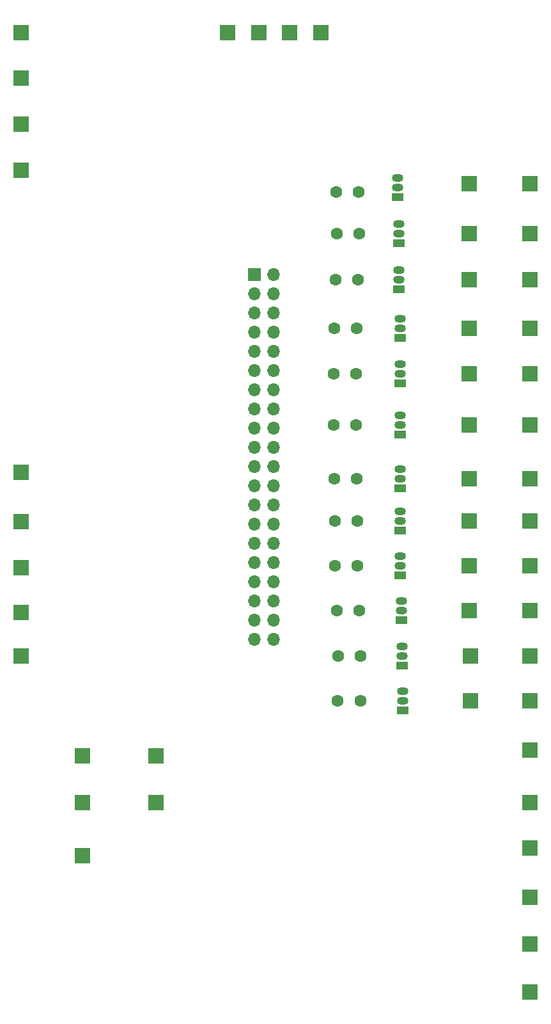
<source format=gbr>
%TF.GenerationSoftware,KiCad,Pcbnew,(6.0.4)*%
%TF.CreationDate,2022-07-16T18:17:00-05:00*%
%TF.ProjectId,macro_controller,6d616372-6f5f-4636-9f6e-74726f6c6c65,rev?*%
%TF.SameCoordinates,Original*%
%TF.FileFunction,Soldermask,Top*%
%TF.FilePolarity,Negative*%
%FSLAX46Y46*%
G04 Gerber Fmt 4.6, Leading zero omitted, Abs format (unit mm)*
G04 Created by KiCad (PCBNEW (6.0.4)) date 2022-07-16 18:17:00*
%MOMM*%
%LPD*%
G01*
G04 APERTURE LIST*
G04 Aperture macros list*
%AMRoundRect*
0 Rectangle with rounded corners*
0 $1 Rounding radius*
0 $2 $3 $4 $5 $6 $7 $8 $9 X,Y pos of 4 corners*
0 Add a 4 corners polygon primitive as box body*
4,1,4,$2,$3,$4,$5,$6,$7,$8,$9,$2,$3,0*
0 Add four circle primitives for the rounded corners*
1,1,$1+$1,$2,$3*
1,1,$1+$1,$4,$5*
1,1,$1+$1,$6,$7*
1,1,$1+$1,$8,$9*
0 Add four rect primitives between the rounded corners*
20,1,$1+$1,$2,$3,$4,$5,0*
20,1,$1+$1,$4,$5,$6,$7,0*
20,1,$1+$1,$6,$7,$8,$9,0*
20,1,$1+$1,$8,$9,$2,$3,0*%
G04 Aperture macros list end*
%ADD10R,1.700000X1.700000*%
%ADD11O,1.700000X1.700000*%
%ADD12RoundRect,0.250001X-0.799999X-0.799999X0.799999X-0.799999X0.799999X0.799999X-0.799999X0.799999X0*%
%ADD13C,1.600000*%
%ADD14R,1.500000X1.050000*%
%ADD15O,1.500000X1.050000*%
G04 APERTURE END LIST*
D10*
%TO.C,J6*%
X52825600Y-56291400D03*
D11*
X55365600Y-56291400D03*
X52825600Y-58831400D03*
X55365600Y-58831400D03*
X52825600Y-61371400D03*
X55365600Y-61371400D03*
X52825600Y-63911400D03*
X55365600Y-63911400D03*
X52825600Y-66451400D03*
X55365600Y-66451400D03*
X52825600Y-68991400D03*
X55365600Y-68991400D03*
X52825600Y-71531400D03*
X55365600Y-71531400D03*
X52825600Y-74071400D03*
X55365600Y-74071400D03*
X52825600Y-76611400D03*
X55365600Y-76611400D03*
X52825600Y-79151400D03*
X55365600Y-79151400D03*
X52825600Y-81691400D03*
X55365600Y-81691400D03*
X52825600Y-84231400D03*
X55365600Y-84231400D03*
X52825600Y-86771400D03*
X55365600Y-86771400D03*
X52825600Y-89311400D03*
X55365600Y-89311400D03*
X52825600Y-91851400D03*
X55365600Y-91851400D03*
X52825600Y-94391400D03*
X55365600Y-94391400D03*
X52825600Y-96931400D03*
X55365600Y-96931400D03*
X52825600Y-99471400D03*
X55365600Y-99471400D03*
X52825600Y-102011400D03*
X55365600Y-102011400D03*
X52825600Y-104551400D03*
X55365600Y-104551400D03*
%TD*%
D12*
%TO.C,J24*%
X89331800Y-76174600D03*
%TD*%
%TO.C,J23*%
X89331800Y-69469000D03*
%TD*%
%TO.C,J22*%
X89331800Y-63423800D03*
%TD*%
%TO.C,J21*%
X89331800Y-56997600D03*
%TD*%
%TO.C,J20*%
X89331800Y-50876200D03*
%TD*%
%TO.C,J19*%
X89331800Y-44272200D03*
%TD*%
%TO.C,J18*%
X30048200Y-120015000D03*
%TD*%
%TO.C,J17*%
X30048200Y-133223000D03*
%TD*%
%TO.C,J16*%
X30048200Y-126187200D03*
%TD*%
%TO.C,J37*%
X21894800Y-88950800D03*
%TD*%
%TO.C,J15*%
X39801800Y-120015000D03*
%TD*%
%TO.C,J14*%
X39801800Y-126187200D03*
%TD*%
%TO.C,J13*%
X81408400Y-112699800D03*
%TD*%
%TO.C,J12*%
X81457800Y-106781600D03*
%TD*%
%TO.C,J11*%
X81229200Y-100787200D03*
%TD*%
%TO.C,J9*%
X81229200Y-88925400D03*
%TD*%
%TO.C,J8*%
X81229200Y-83337400D03*
%TD*%
%TO.C,J7*%
X81229200Y-76174600D03*
%TD*%
%TO.C,J5*%
X81229200Y-69469000D03*
%TD*%
%TO.C,J4*%
X81229200Y-63423800D03*
%TD*%
%TO.C,J3*%
X81229200Y-56997600D03*
%TD*%
%TO.C,J2*%
X81229200Y-50876200D03*
%TD*%
%TO.C,J1*%
X81229200Y-44272200D03*
%TD*%
%TO.C,J49*%
X89331800Y-119227600D03*
%TD*%
%TO.C,J48*%
X57480200Y-24282400D03*
%TD*%
%TO.C,J47*%
X49267534Y-24282400D03*
%TD*%
%TO.C,J46*%
X53373867Y-24282400D03*
%TD*%
%TO.C,J45*%
X61586534Y-24282400D03*
%TD*%
%TO.C,J44*%
X21894800Y-24282400D03*
%TD*%
%TO.C,J43*%
X21894800Y-30327600D03*
%TD*%
%TO.C,J42*%
X21894800Y-36372800D03*
%TD*%
%TO.C,J41*%
X21894800Y-42519600D03*
%TD*%
%TO.C,J40*%
X21894800Y-106756200D03*
%TD*%
%TO.C,J39*%
X21894800Y-101041200D03*
%TD*%
%TO.C,J38*%
X21894800Y-95046800D03*
%TD*%
%TO.C,J10*%
X81229200Y-94869000D03*
%TD*%
%TO.C,J36*%
X21894800Y-82448400D03*
%TD*%
%TO.C,J35*%
X89331800Y-126187200D03*
%TD*%
%TO.C,J34*%
X89331800Y-151180800D03*
%TD*%
%TO.C,J33*%
X89331800Y-144830800D03*
%TD*%
%TO.C,J32*%
X89331800Y-132181600D03*
%TD*%
%TO.C,J31*%
X89331800Y-138658600D03*
%TD*%
%TO.C,J30*%
X89331800Y-112699800D03*
%TD*%
%TO.C,J29*%
X89331800Y-106781600D03*
%TD*%
%TO.C,J28*%
X89331800Y-100787200D03*
%TD*%
%TO.C,J27*%
X89331800Y-94869000D03*
%TD*%
%TO.C,J26*%
X89331800Y-88925400D03*
%TD*%
%TO.C,J25*%
X89331800Y-83337400D03*
%TD*%
D13*
%TO.C,R12*%
X63446400Y-88925400D03*
X66446400Y-88925400D03*
%TD*%
%TO.C,R11*%
X63828800Y-112699800D03*
X66828800Y-112699800D03*
%TD*%
%TO.C,R10*%
X63852800Y-106781600D03*
X66852800Y-106781600D03*
%TD*%
%TO.C,R9*%
X63700400Y-100787200D03*
X66700400Y-100787200D03*
%TD*%
%TO.C,R8*%
X63446400Y-94869000D03*
X66446400Y-94869000D03*
%TD*%
%TO.C,R7*%
X63370200Y-83337400D03*
X66370200Y-83337400D03*
%TD*%
%TO.C,R6*%
X63268600Y-76174600D03*
X66268600Y-76174600D03*
%TD*%
%TO.C,R5*%
X63294000Y-69469000D03*
X66294000Y-69469000D03*
%TD*%
%TO.C,R4*%
X63370200Y-63423800D03*
X66370200Y-63423800D03*
%TD*%
%TO.C,R2*%
X63700400Y-50876200D03*
X66700400Y-50876200D03*
%TD*%
%TO.C,R1*%
X63624200Y-45364400D03*
X66624200Y-45364400D03*
%TD*%
%TO.C,R3*%
X63522600Y-56997600D03*
X66522600Y-56997600D03*
%TD*%
D14*
%TO.C,Q12*%
X72470600Y-113969800D03*
D15*
X72470600Y-112699800D03*
X72470600Y-111429800D03*
%TD*%
D14*
%TO.C,Q11*%
X72337800Y-108051600D03*
D15*
X72337800Y-106781600D03*
X72337800Y-105511600D03*
%TD*%
D14*
%TO.C,Q10*%
X72261600Y-102057200D03*
D15*
X72261600Y-100787200D03*
X72261600Y-99517200D03*
%TD*%
D14*
%TO.C,Q9*%
X72113600Y-96139000D03*
D15*
X72113600Y-94869000D03*
X72113600Y-93599000D03*
%TD*%
D14*
%TO.C,Q8*%
X72113600Y-90195400D03*
D15*
X72113600Y-88925400D03*
X72113600Y-87655400D03*
%TD*%
D14*
%TO.C,Q7*%
X72113600Y-84607400D03*
D15*
X72113600Y-83337400D03*
X72113600Y-82067400D03*
%TD*%
D14*
%TO.C,Q6*%
X72109200Y-77444600D03*
D15*
X72109200Y-76174600D03*
X72109200Y-74904600D03*
%TD*%
D14*
%TO.C,Q5*%
X72113600Y-70739000D03*
D15*
X72113600Y-69469000D03*
X72113600Y-68199000D03*
%TD*%
D14*
%TO.C,Q4*%
X72113600Y-64693800D03*
D15*
X72113600Y-63423800D03*
X72113600Y-62153800D03*
%TD*%
D14*
%TO.C,Q3*%
X71935800Y-58267600D03*
D15*
X71935800Y-56997600D03*
X71935800Y-55727600D03*
%TD*%
D14*
%TO.C,Q2*%
X71935800Y-52146200D03*
D15*
X71935800Y-50876200D03*
X71935800Y-49606200D03*
%TD*%
D14*
%TO.C,Q1*%
X71783400Y-46024800D03*
D15*
X71783400Y-44754800D03*
X71783400Y-43484800D03*
%TD*%
M02*

</source>
